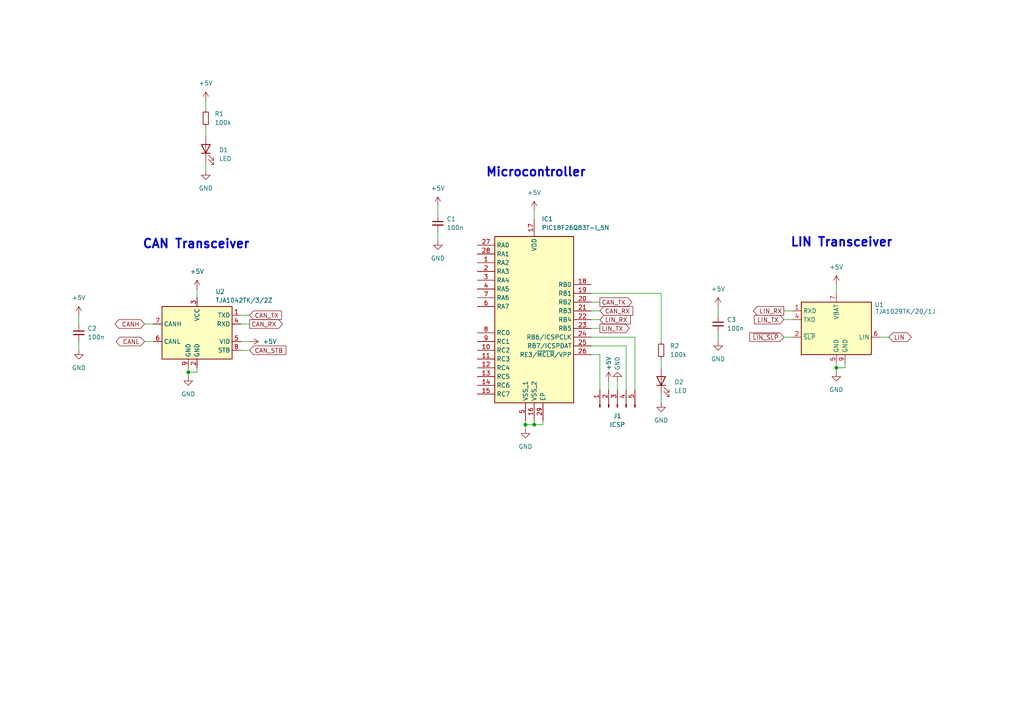
<source format=kicad_sch>
(kicad_sch (version 20250114) (generator "eeschema") (generator_version "9.0")
  (paper "A4")
  (lib_symbols
    (symbol "Connector:Conn_01x05_Pin" (pin_names (offset 1.016) (hide yes))
      (property "Reference" "J" (at 0 7.62 0))
      (property "Value" "Conn_01x05_Pin" (at 0 -7.62 0))
      (symbol "Conn_01x05_Pin_1_1"
        (rectangle (start 0.8636 5.207) (end 0 4.953) (stroke (width 0.1524)) (fill (type outline)))
        (rectangle (start 0.8636 2.667) (end 0 2.413) (stroke (width 0.1524)) (fill (type outline)))
        (rectangle (start 0.8636 0.127) (end 0 -0.127) (stroke (width 0.1524)) (fill (type outline)))
        (rectangle (start 0.8636 -2.413) (end 0 -2.667) (stroke (width 0.1524)) (fill (type outline)))
        (rectangle (start 0.8636 -4.953) (end 0 -5.207) (stroke (width 0.1524)) (fill (type outline)))
        (polyline (pts (xy 1.27 5.08) (xy 0.8636 5.08)) (stroke (width 0.1524)))
        (polyline (pts (xy 1.27 2.54) (xy 0.8636 2.54)) (stroke (width 0.1524)))
        (polyline (pts (xy 1.27 0) (xy 0.8636 0)) (stroke (width 0.1524)))
        (polyline (pts (xy 1.27 -2.54) (xy 0.8636 -2.54)) (stroke (width 0.1524)))
        (polyline (pts (xy 1.27 -5.08) (xy 0.8636 -5.08)) (stroke (width 0.1524)))
        (pin passive line (at 5.08 5.08 180) (length 3.81) (name "Pin_1") (number "1"))
        (pin passive line (at 5.08 2.54 180) (length 3.81) (name "Pin_2") (number "2"))
        (pin passive line (at 5.08 0 180) (length 3.81) (name "Pin_3") (number "3"))
        (pin passive line (at 5.08 -2.54 180) (length 3.81) (name "Pin_4") (number "4"))
        (pin passive line (at 5.08 -5.08 180) (length 3.81) (name "Pin_5") (number "5"))
      )
    )
    (symbol "Device:C_Small" (pin_numbers (hide yes)) (pin_names (offset 0.254) (hide yes))
      (property "Reference" "C" (at 0.254 1.778 0))
      (property "Value" "C_Small" (at 0.254 -2.032 0))
      (symbol "C_Small_0_1"
        (polyline (pts (xy -1.524 0.508) (xy 1.524 0.508)) (stroke (width 0.3048)))
        (polyline (pts (xy -1.524 -0.508) (xy 1.524 -0.508)) (stroke (width 0.3302)))
      )
      (symbol "C_Small_1_1"
        (pin passive line (at 0 2.54 270) (length 2.032) (name "~") (number "1"))
        (pin passive line (at 0 -2.54 90) (length 2.032) (name "~") (number "2"))
      )
    )
    (symbol "Device:LED" (pin_numbers (hide yes)) (pin_names (offset 1.016) (hide yes))
      (property "Reference" "D" (at 0 2.54 0))
      (property "Value" "LED" (at 0 -2.54 0))
      (symbol "LED_0_1"
        (polyline (pts (xy -3.048 -0.762) (xy -4.572 -2.286) (xy -3.81 -2.286) (xy -4.572 -2.286) (xy -4.572 -1.524)))
        (polyline (pts (xy -1.778 -0.762) (xy -3.302 -2.286) (xy -2.54 -2.286) (xy -3.302 -2.286) (xy -3.302 -1.524)))
        (polyline (pts (xy -1.27 0) (xy 1.27 0)))
        (polyline (pts (xy -1.27 -1.27) (xy -1.27 1.27)) (stroke (width 0.254)))
        (polyline (pts (xy 1.27 -1.27) (xy 1.27 1.27) (xy -1.27 0) (xy 1.27 -1.27)) (stroke (width 0.254)))
      )
      (symbol "LED_1_1"
        (pin passive line (at -3.81 0 0) (length 2.54) (name "K") (number "1"))
        (pin passive line (at 3.81 0 180) (length 2.54) (name "A") (number "2"))
      )
    )
    (symbol "Device:R_Small" (pin_numbers (hide yes)) (pin_names (offset 0.254) (hide yes))
      (property "Reference" "R" (at 0.762 0.508 0))
      (property "Value" "R_Small" (at 0.762 -1.016 0))
      (symbol "R_Small_0_1"
        (rectangle (start -0.762 1.778) (end 0.762 -1.778) (stroke (width 0.2032)))
      )
      (symbol "R_Small_1_1"
        (pin passive line (at 0 2.54 270) (length 0.762) (name "~") (number "1"))
        (pin passive line (at 0 -2.54 90) (length 0.762) (name "~") (number "2"))
      )
    )
    (symbol "Interface_CAN_LIN:TJA1029TK"
      (property "Reference" "U" (at -10.16 8.89 0))
      (property "Value" "TJA1029TK" (at 1.27 8.89 0))
      (symbol "TJA1029TK_0_1"
        (rectangle (start -10.16 7.62) (end 10.16 -7.62) (stroke (width 0.254)) (fill (type background)))
      )
      (symbol "TJA1029TK_1_1"
        (pin open_collector line (at -12.7 5.08 0) (length 2.54) (name "RXD") (number "1"))
        (pin input line (at -12.7 2.54 0) (length 2.54) (name "TXD") (number "4"))
        (pin input line (at -12.7 -2.54 0) (length 2.54) (name "~{SLP}") (number "2"))
        (pin no_connect line (at -10.16 -5.08 0) (length 2.54) (hide yes) (name "NC") (number "3"))
        (pin power_in line (at 0 10.16 270) (length 2.54) (name "VBAT") (number "7"))
        (pin power_in line (at 0 -10.16 90) (length 2.54) (name "GND") (number "5"))
        (pin power_in line (at 2.54 -10.16 90) (length 2.54) (name "GND") (number "9"))
        (pin no_connect line (at 10.16 2.54 180) (length 2.54) (hide yes) (name "NC") (number "8"))
        (pin bidirectional line (at 12.7 -2.54 180) (length 2.54) (name "LIN") (number "6"))
      )
    )
    (symbol "Interface_CAN_LIN:TJA1042TK-3"
      (property "Reference" "U" (at -10.16 8.89 0))
      (property "Value" "TJA1042TK-3" (at 1.27 8.89 0))
      (symbol "TJA1042TK-3_0_1"
        (rectangle (start -10.16 7.62) (end 10.16 -7.62) (stroke (width 0.254)) (fill (type background)))
      )
      (symbol "TJA1042TK-3_1_1"
        (pin input line (at -12.7 5.08 0) (length 2.54) (name "TXD") (number "1"))
        (pin output line (at -12.7 2.54 0) (length 2.54) (name "RXD") (number "4"))
        (pin power_in line (at -12.7 -2.54 0) (length 2.54) (name "VIO") (number "5"))
        (pin input line (at -12.7 -5.08 0) (length 2.54) (name "STB") (number "8"))
        (pin power_in line (at 0 10.16 270) (length 2.54) (name "VCC") (number "3"))
        (pin power_in line (at 0 -10.16 90) (length 2.54) (name "GND") (number "2"))
        (pin power_in line (at 2.54 -10.16 90) (length 2.54) (name "GND") (number "9"))
        (pin bidirectional line (at 12.7 2.54 180) (length 2.54) (name "CANH") (number "7"))
        (pin bidirectional line (at 12.7 -2.54 180) (length 2.54) (name "CANL") (number "6"))
      )
    )
    (symbol "PIC18F26Q83T-I5N:PIC18F26Q83T-I_5N"
      (property "Reference" "IC" (at 29.21 27.94 0))
      (property "Value" "PIC18F26Q83T-I_5N" (at 29.21 25.4 0))
      (symbol "PIC18F26Q83T-I_5N_1_1"
        (rectangle (start 5.08 22.86) (end 27.94 -25.4) (stroke (width 0.254)) (fill (type background)))
        (pin passive line (at 0 20.32 0) (length 5.08) (name "RA0") (number "27"))
        (pin passive line (at 0 17.78 0) (length 5.08) (name "RA1") (number "28"))
        (pin passive line (at 0 15.24 0) (length 5.08) (name "RA2") (number "1"))
        (pin passive line (at 0 12.7 0) (length 5.08) (name "RA3") (number "2"))
        (pin passive line (at 0 10.16 0) (length 5.08) (name "RA4") (number "3"))
        (pin passive line (at 0 7.62 0) (length 5.08) (name "RA5") (number "4"))
        (pin passive line (at 0 5.08 0) (length 5.08) (name "RA6") (number "7"))
        (pin passive line (at 0 2.54 0) (length 5.08) (name "RA7") (number "6"))
        (pin passive line (at 0 -5.08 0) (length 5.08) (name "RC0") (number "8"))
        (pin passive line (at 0 -7.62 0) (length 5.08) (name "RC1") (number "9"))
        (pin passive line (at 0 -10.16 0) (length 5.08) (name "RC2") (number "10"))
        (pin passive line (at 0 -12.7 0) (length 5.08) (name "RC3") (number "11"))
        (pin passive line (at 0 -15.24 0) (length 5.08) (name "RC4") (number "12"))
        (pin passive line (at 0 -17.78 0) (length 5.08) (name "RC5") (number "13"))
        (pin passive line (at 0 -20.32 0) (length 5.08) (name "RC6") (number "14"))
        (pin passive line (at 0 -22.86 0) (length 5.08) (name "RC7") (number "15"))
        (pin passive line (at 13.97 -30.48 90) (length 5.08) (name "VSS_1") (number "5"))
        (pin passive line (at 16.51 27.94 270) (length 5.08) (name "VDD") (number "17"))
        (pin passive line (at 16.51 -30.48 90) (length 5.08) (name "VSS_2") (number "16"))
        (pin passive line (at 19.05 -30.48 90) (length 5.08) (name "EP") (number "29"))
        (pin passive line (at 33.02 8.89 180) (length 5.08) (name "RB0") (number "18"))
        (pin passive line (at 33.02 6.35 180) (length 5.08) (name "RB1") (number "19"))
        (pin passive line (at 33.02 3.81 180) (length 5.08) (name "RB2") (number "20"))
        (pin passive line (at 33.02 1.27 180) (length 5.08) (name "RB3") (number "21"))
        (pin passive line (at 33.02 -1.27 180) (length 5.08) (name "RB4") (number "22"))
        (pin passive line (at 33.02 -3.81 180) (length 5.08) (name "RB5") (number "23"))
        (pin passive line (at 33.02 -6.35 180) (length 5.08) (name "RB6/ICSPCLK") (number "24"))
        (pin passive line (at 33.02 -8.89 180) (length 5.08) (name "RB7/ICSPDAT") (number "25"))
        (pin passive line (at 33.02 -11.43 180) (length 5.08) (name "RE3/~{MCLR}/VPP") (number "26"))
      )
    )
    (symbol "power:+5V" (power) (pin_numbers (hide yes)) (pin_names (offset 0) (hide yes))
      (property "Value" "+5V" (at 0 3.556 0))
      (symbol "+5V_0_1"
        (polyline (pts (xy -0.762 1.27) (xy 0 2.54)))
        (polyline (pts (xy 0 2.54) (xy 0.762 1.27)))
        (polyline (pts (xy 0 0) (xy 0 2.54)))
      )
      (symbol "+5V_1_1"
        (pin power_in line (at 0 0 90) (length 0) (name "~") (number "1"))
      )
    )
    (symbol "power:GND" (power) (pin_numbers (hide yes)) (pin_names (offset 0) (hide yes))
      (property "Value" "GND" (at 0 -3.81 0))
      (symbol "GND_0_1"
        (polyline (pts (xy 0 0) (xy 0 -1.27) (xy 1.27 -1.27) (xy 0 -2.54) (xy -1.27 -1.27) (xy 0 -1.27)))
      )
      (symbol "GND_1_1"
        (pin power_in line (at 0 0 270) (length 0) (name "~") (number "1"))
      )
    )
  )
  (text "LIN Transceiver" (at 244.094 70.358 0) (effects (font (size 2.54 2.54) (thickness 0.508) (bold yes))))
  (text "CAN Transceiver" (at 56.896 70.866 0) (effects (font (size 2.54 2.54) (thickness 0.508) (bold yes))))
  (text "Microcontroller" (at 155.448 50.038 0) (effects (font (size 2.54 2.54) (thickness 0.508) (bold yes))))
  (junction (at 154.94 123.19))
  (junction (at 242.57 106.68))
  (junction (at 152.4 123.19))
  (junction (at 54.61 107.95))
  (wire (pts (xy 191.77 104.14) (xy 191.77 106.68)))
  (wire (pts (xy 69.85 91.44) (xy 72.39 91.44)))
  (wire (pts (xy 242.57 82.55) (xy 242.57 85.09)))
  (wire (pts (xy 227.33 90.17) (xy 229.87 90.17)))
  (wire (pts (xy 171.45 85.09) (xy 191.77 85.09)))
  (wire (pts (xy 184.15 113.03) (xy 184.15 97.79)))
  (wire (pts (xy 22.86 91.44) (xy 22.86 93.98)))
  (wire (pts (xy 157.48 123.19) (xy 154.94 123.19)))
  (wire (pts (xy 59.69 46.99) (xy 59.69 49.53)))
  (wire (pts (xy 171.45 90.17) (xy 173.99 90.17)))
  (wire (pts (xy 245.11 106.68) (xy 242.57 106.68)))
  (wire (pts (xy 54.61 107.95) (xy 57.15 107.95)))
  (wire (pts (xy 242.57 105.41) (xy 242.57 106.68)))
  (wire (pts (xy 157.48 121.92) (xy 157.48 123.19)))
  (wire (pts (xy 176.53 110.49) (xy 176.53 113.03)))
  (wire (pts (xy 171.45 92.71) (xy 173.99 92.71)))
  (wire (pts (xy 127 59.69) (xy 127 62.23)))
  (wire (pts (xy 54.61 106.68) (xy 54.61 107.95)))
  (wire (pts (xy 154.94 123.19) (xy 152.4 123.19)))
  (wire (pts (xy 22.86 99.06) (xy 22.86 101.6)))
  (wire (pts (xy 208.28 96.52) (xy 208.28 99.06)))
  (wire (pts (xy 154.94 60.96) (xy 154.94 63.5)))
  (wire (pts (xy 57.15 106.68) (xy 57.15 107.95)))
  (wire (pts (xy 41.91 93.98) (xy 44.45 93.98)))
  (wire (pts (xy 208.28 88.9) (xy 208.28 91.44)))
  (wire (pts (xy 171.45 87.63) (xy 173.99 87.63)))
  (wire (pts (xy 57.15 83.82) (xy 57.15 86.36)))
  (wire (pts (xy 181.61 113.03) (xy 181.61 100.33)))
  (wire (pts (xy 227.33 92.71) (xy 229.87 92.71)))
  (wire (pts (xy 127 67.31) (xy 127 69.85)))
  (wire (pts (xy 173.99 102.87) (xy 171.45 102.87)))
  (wire (pts (xy 179.07 110.49) (xy 179.07 113.03)))
  (wire (pts (xy 242.57 106.68) (xy 242.57 107.95)))
  (wire (pts (xy 54.61 107.95) (xy 54.61 109.22)))
  (wire (pts (xy 59.69 36.83) (xy 59.69 39.37)))
  (wire (pts (xy 191.77 85.09) (xy 191.77 99.06)))
  (wire (pts (xy 59.69 29.21) (xy 59.69 31.75)))
  (wire (pts (xy 152.4 121.92) (xy 152.4 123.19)))
  (wire (pts (xy 69.85 99.06) (xy 72.39 99.06)))
  (wire (pts (xy 152.4 123.19) (xy 152.4 124.46)))
  (wire (pts (xy 69.85 101.6) (xy 72.39 101.6)))
  (wire (pts (xy 181.61 100.33) (xy 171.45 100.33)))
  (wire (pts (xy 173.99 113.03) (xy 173.99 102.87)))
  (wire (pts (xy 255.27 97.79) (xy 257.81 97.79)))
  (wire (pts (xy 154.94 121.92) (xy 154.94 123.19)))
  (wire (pts (xy 191.77 114.3) (xy 191.77 116.84)))
  (wire (pts (xy 171.45 95.25) (xy 173.99 95.25)))
  (wire (pts (xy 227.33 97.79) (xy 229.87 97.79)))
  (wire (pts (xy 41.91 99.06) (xy 44.45 99.06)))
  (wire (pts (xy 184.15 97.79) (xy 171.45 97.79)))
  (wire (pts (xy 69.85 93.98) (xy 72.39 93.98)))
  (wire (pts (xy 245.11 105.41) (xy 245.11 106.68)))
  (global_label "LIN_TX" (shape output) (at 173.99 95.25 0) (property "Intersheetrefs" "${INTERSHEET_REFS}" (effects (hide yes))))
  (global_label "LIN" (shape bidirectional) (at 257.81 97.79 0) (property "Intersheetrefs" "${INTERSHEET_REFS}" (effects (hide yes))))
  (global_label "CAN_STB" (shape input) (at 72.39 101.6 0) (property "Intersheetrefs" "${INTERSHEET_REFS}" (effects (hide yes))))
  (global_label "LIN_RX" (shape input) (at 173.99 92.71 0) (property "Intersheetrefs" "${INTERSHEET_REFS}" (effects (hide yes))))
  (global_label "~{LIN_SLP}" (shape input) (at 227.33 97.79 180) (property "Intersheetrefs" "${INTERSHEET_REFS}" (effects (hide yes))))
  (global_label "CAN_RX" (shape output) (at 72.39 93.98 0) (property "Intersheetrefs" "${INTERSHEET_REFS}" (effects (hide yes))))
  (global_label "CAN_TX" (shape output) (at 173.99 87.63 0) (property "Intersheetrefs" "${INTERSHEET_REFS}" (effects (hide yes))))
  (global_label "LIN_TX" (shape input) (at 227.33 92.71 180) (property "Intersheetrefs" "${INTERSHEET_REFS}" (effects (hide yes))))
  (global_label "LIN_RX" (shape output) (at 227.33 90.17 180) (property "Intersheetrefs" "${INTERSHEET_REFS}" (effects (hide yes))))
  (global_label "CAN_RX" (shape input) (at 173.99 90.17 0) (property "Intersheetrefs" "${INTERSHEET_REFS}" (effects (hide yes))))
  (global_label "CANL" (shape bidirectional) (at 41.91 99.06 180) (property "Intersheetrefs" "${INTERSHEET_REFS}" (effects (hide yes))))
  (global_label "CAN_TX" (shape input) (at 72.39 91.44 0) (property "Intersheetrefs" "${INTERSHEET_REFS}" (effects (hide yes))))
  (global_label "CANH" (shape bidirectional) (at 41.91 93.98 180) (property "Intersheetrefs" "${INTERSHEET_REFS}" (effects (hide yes))))
  (symbol (lib_id "PIC18F26Q83T-I5N:PIC18F26Q83T-I_5N") (at 138.43 91.44 0) (unit 1)
    (property "Reference" "IC1" (at 157.0833 63.5 0) (effects (justify left)))
    (property "Value" "PIC18F26Q83T-I_5N" (at 157.0833 66.04 0) (effects (justify left)))
    (property "Footprint" "QFN65P600X600X100-29N-D" (effects (hide yes)))
    (property "Datasheet" "https://www.digikey.lv/en/products/detail/microchip-technology/PIC18F26Q83T-I-5N/21802974" (effects (hide yes)))
    (property "Description" "8-bit Microcontrollers - MCU CAN, 64KB Flash, 8KB RAM, 12b ADC3, UTMR, DAC, Comp, PWM, CCP, CWG, HLT, WWDT," (effects (hide yes)))
    (property "Height" "1" (effects (hide yes)))
    (property "Manufacturer_Name" "Microchip" (effects (hide yes)))
    (property "Manufacturer_Part_Number" "PIC18F26Q83T-I/5N" (effects (hide yes)))
    (property "Mouser Part Number" "579-PIC18F26Q83TI5N" (effects (hide yes)))
    (property "Mouser Price/Stock" "https://www.mouser.co.uk/ProductDetail/Microchip-Technology/PIC18F26Q83T-I-5N?qs=W%2FMpXkg%252BdQ6TKTuAXextTA%3D%3D" (effects (hide yes)))
  )
  (symbol (lib_id "power:+5V") (at 22.86 91.44 0) (unit 1)
    (property "Reference" "#PWR010" (effects (hide yes)))
    (property "Value" "+5V" (at 22.86 86.36 0))
    (property "Description" "Power symbol creates a global label with name \"+5V\"" (effects (hide yes)))
  )
  (symbol (lib_id "Device:C_Small") (at 22.86 96.52 0) (unit 1)
    (property "Reference" "C2" (at 25.4 95.2562 0) (effects (justify left)))
    (property "Value" "100n" (at 25.4 97.7962 0) (effects (justify left)))
    (property "Description" "Unpolarized capacitor, small symbol" (effects (hide yes)))
  )
  (symbol (lib_id "power:GND") (at 208.28 99.06 0) (unit 1)
    (property "Reference" "#PWR013" (effects (hide yes)))
    (property "Value" "GND" (at 208.28 104.14 0))
    (property "Description" "Power symbol creates a global label with name \"GND\" , ground" (effects (hide yes)))
  )
  (symbol (lib_id "Device:R_Small") (at 59.69 34.29 0) (unit 1)
    (property "Reference" "R1" (at 62.23 33.0199 0) (effects (justify left)))
    (property "Value" "100k" (at 62.23 35.5599 0) (effects (justify left)))
    (property "Description" "Resistor, small symbol" (effects (hide yes)))
  )
  (symbol (lib_id "power:GND") (at 59.69 49.53 0) (unit 1)
    (property "Reference" "#PWR017" (effects (hide yes)))
    (property "Value" "GND" (at 59.69 54.61 0))
    (property "Description" "Power symbol creates a global label with name \"GND\" , ground" (effects (hide yes)))
  )
  (symbol (lib_id "power:GND") (at 127 69.85 0) (unit 1)
    (property "Reference" "#PWR09" (effects (hide yes)))
    (property "Value" "GND" (at 127 74.93 0))
    (property "Description" "Power symbol creates a global label with name \"GND\" , ground" (effects (hide yes)))
  )
  (symbol (lib_id "Device:LED") (at 191.77 110.49 90) (unit 1)
    (property "Reference" "D2" (at 195.58 110.8074 90) (effects (justify right)))
    (property "Value" "LED" (at 195.58 113.3474 90) (effects (justify right)))
    (property "Description" "Light emitting diode" (effects (hide yes)))
    (property "Sim.Pins" "1=K 2=A" (effects (hide yes)))
  )
  (symbol (lib_id "power:+5V") (at 72.39 99.06 270) (unit 1)
    (property "Reference" "#PWR05" (effects (hide yes)))
    (property "Value" "+5V" (at 76.2 99.0599 90) (effects (justify left)))
    (property "Description" "Power symbol creates a global label with name \"+5V\"" (effects (hide yes)))
  )
  (symbol (lib_id "Interface_CAN_LIN:TJA1042TK-3") (at 57.15 96.52 0) (mirror y) (unit 1)
    (property "Reference" "U2" (at 62.484 84.582 0) (effects (justify right)))
    (property "Value" "TJA1042TK/3/2Z" (at 62.484 87.122 0) (effects (justify right)))
    (property "Footprint" "Package_DFN_QFN:DFN-8-1EP_3x3mm_P0.65mm_EP1.55x2.4mm" (effects (hide yes)))
    (property "Datasheet" "http://www.nxp.com/docs/en/data-sheet/TJA1042.pdf" (effects (hide yes)))
    (property "Description" "High-Speed CAN Transceiver, separate VIO, standby mode, DFN-8-1EP" (effects (hide yes)))
  )
  (symbol (lib_id "power:+5V") (at 242.57 82.55 0) (unit 1)
    (property "Reference" "#PWR02" (effects (hide yes)))
    (property "Value" "+5V" (at 242.57 77.47 0))
    (property "Description" "Power symbol creates a global label with name \"+5V\"" (effects (hide yes)))
  )
  (symbol (lib_id "Device:C_Small") (at 127 64.77 0) (unit 1)
    (property "Reference" "C1" (at 129.54 63.5062 0) (effects (justify left)))
    (property "Value" "100n" (at 129.54 66.0462 0) (effects (justify left)))
    (property "Description" "Unpolarized capacitor, small symbol" (effects (hide yes)))
  )
  (symbol (lib_id "Device:LED") (at 59.69 43.18 90) (unit 1)
    (property "Reference" "D1" (at 63.5 43.4974 90) (effects (justify right)))
    (property "Value" "LED" (at 63.5 46.0374 90) (effects (justify right)))
    (property "Description" "Light emitting diode" (effects (hide yes)))
    (property "Sim.Pins" "1=K 2=A" (effects (hide yes)))
  )
  (symbol (lib_id "power:GND") (at 22.86 101.6 0) (unit 1)
    (property "Reference" "#PWR011" (effects (hide yes)))
    (property "Value" "GND" (at 22.86 106.68 0))
    (property "Description" "Power symbol creates a global label with name \"GND\" , ground" (effects (hide yes)))
  )
  (symbol (lib_id "power:GND") (at 242.57 107.95 0) (unit 1)
    (property "Reference" "#PWR01" (effects (hide yes)))
    (property "Value" "GND" (at 242.57 113.03 0))
    (property "Description" "Power symbol creates a global label with name \"GND\" , ground" (effects (hide yes)))
  )
  (symbol (lib_id "power:+5V") (at 59.69 29.21 0) (unit 1)
    (property "Reference" "#PWR016" (effects (hide yes)))
    (property "Value" "+5V" (at 59.69 24.13 0))
    (property "Description" "Power symbol creates a global label with name \"+5V\"" (effects (hide yes)))
  )
  (symbol (lib_id "Device:C_Small") (at 208.28 93.98 0) (unit 1)
    (property "Reference" "C3" (at 210.82 92.7162 0) (effects (justify left)))
    (property "Value" "100n" (at 210.82 95.2562 0) (effects (justify left)))
    (property "Description" "Unpolarized capacitor, small symbol" (effects (hide yes)))
  )
  (symbol (lib_id "power:+5V") (at 127 59.69 0) (unit 1)
    (property "Reference" "#PWR08" (effects (hide yes)))
    (property "Value" "+5V" (at 127 54.61 0))
    (property "Description" "Power symbol creates a global label with name \"+5V\"" (effects (hide yes)))
  )
  (symbol (lib_id "power:+5V") (at 176.53 110.49 0) (unit 1)
    (property "Reference" "#PWR014" (effects (hide yes)))
    (property "Value" "+5V" (at 176.53 105.41 90))
    (property "Description" "Power symbol creates a global label with name \"+5V\"" (effects (hide yes)))
  )
  (symbol (lib_id "power:GND") (at 152.4 124.46 0) (unit 1)
    (property "Reference" "#PWR07" (effects (hide yes)))
    (property "Value" "GND" (at 152.4 129.54 0))
    (property "Description" "Power symbol creates a global label with name \"GND\" , ground" (effects (hide yes)))
  )
  (symbol (lib_id "Interface_CAN_LIN:TJA1029TK") (at 242.57 95.25 0) (unit 1)
    (property "Reference" "U1" (at 255.016 88.392 0))
    (property "Value" "TJA1029TK/20/1J" (at 262.636 90.3538 0))
    (property "Footprint" "Package_DFN_QFN:DFN-8-1EP_3x3mm_P0.65mm_EP1.55x2.4mm" (effects (hide yes)))
    (property "Datasheet" "http://www.nxp.com/docs/en/data-sheet/TJA1029.pdf" (effects (hide yes)))
    (property "Description" "LIN 2.2A/SAE J2602 transceiver with TXD dominant timeout, DFN-8" (effects (hide yes)))
  )
  (symbol (lib_id "Connector:Conn_01x05_Pin") (at 179.07 118.11 90) (unit 1)
    (property "Reference" "J1" (at 179.07 120.65 90))
    (property "Value" "ICSP" (at 179.07 123.19 90))
    (property "Description" "Generic connector, single row, 01x05, script generated" (effects (hide yes)))
  )
  (symbol (lib_id "power:GND") (at 191.77 116.84 0) (unit 1)
    (property "Reference" "#PWR018" (effects (hide yes)))
    (property "Value" "GND" (at 191.77 121.92 0))
    (property "Description" "Power symbol creates a global label with name \"GND\" , ground" (effects (hide yes)))
  )
  (symbol (lib_id "power:+5V") (at 154.94 60.96 0) (unit 1)
    (property "Reference" "#PWR06" (effects (hide yes)))
    (property "Value" "+5V" (at 154.94 55.88 0))
    (property "Description" "Power symbol creates a global label with name \"+5V\"" (effects (hide yes)))
  )
  (symbol (lib_id "power:+5V") (at 57.15 83.82 0) (unit 1)
    (property "Reference" "#PWR04" (effects (hide yes)))
    (property "Value" "+5V" (at 57.15 78.74 0))
    (property "Description" "Power symbol creates a global label with name \"+5V\"" (effects (hide yes)))
  )
  (symbol (lib_id "Device:R_Small") (at 191.77 101.6 0) (unit 1)
    (property "Reference" "R2" (at 194.31 100.3299 0) (effects (justify left)))
    (property "Value" "100k" (at 194.31 102.8699 0) (effects (justify left)))
    (property "Description" "Resistor, small symbol" (effects (hide yes)))
  )
  (symbol (lib_id "power:+5V") (at 208.28 88.9 0) (unit 1)
    (property "Reference" "#PWR012" (effects (hide yes)))
    (property "Value" "+5V" (at 208.28 83.82 0))
    (property "Description" "Power symbol creates a global label with name \"+5V\"" (effects (hide yes)))
  )
  (symbol (lib_id "power:GND") (at 179.07 110.49 180) (unit 1)
    (property "Reference" "#PWR015" (effects (hide yes)))
    (property "Value" "GND" (at 179.07 105.41 90))
    (property "Description" "Power symbol creates a global label with name \"GND\" , ground" (effects (hide yes)))
  )
  (symbol (lib_id "power:GND") (at 54.61 109.22 0) (unit 1)
    (property "Reference" "#PWR03" (effects (hide yes)))
    (property "Value" "GND" (at 54.61 114.3 0))
    (property "Description" "Power symbol creates a global label with name \"GND\" , ground" (effects (hide yes)))
  )
)
</source>
